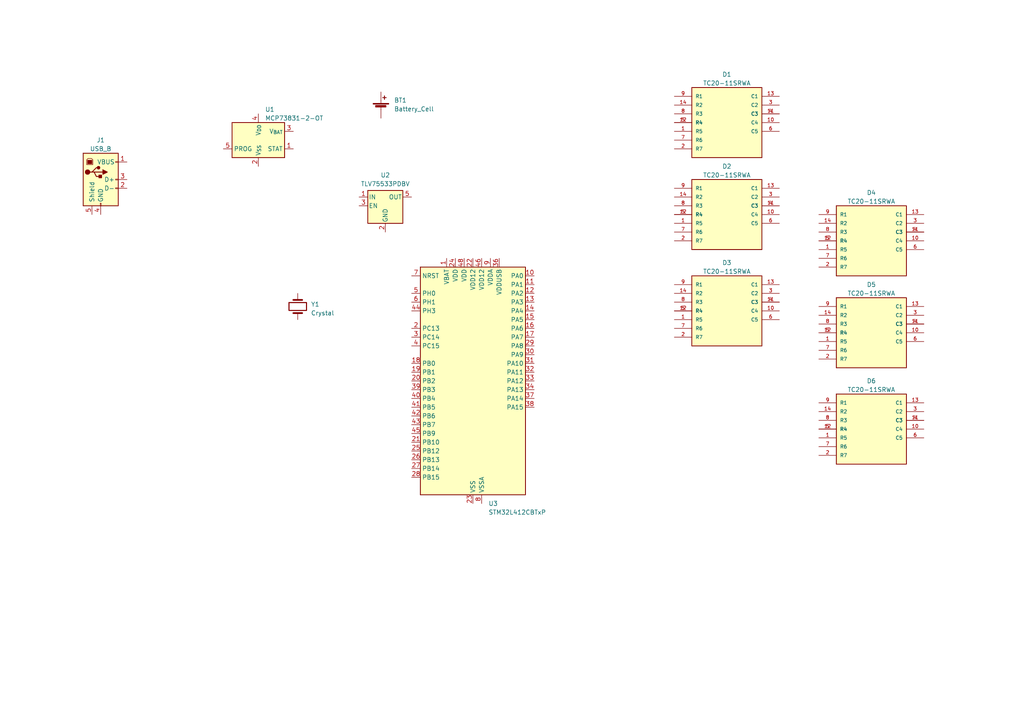
<source format=kicad_sch>
(kicad_sch (version 20230121) (generator eeschema)
  (paper "A4")
  (lib_symbols
    (symbol "Battery_Management:MCP73831-2-OT"
      (property "Reference" "U" (at -7.62 6.35 0))
      (property "Value" "MCP73831-2-OT" (at 1.27 6.35 0))
      (symbol "MCP73831-2-OT_0_1"
        (rectangle (start -7.62 5.08) (end 7.62 -5.08) (stroke (width 0.254)) (fill (type background)))
      )
      (symbol "MCP73831-2-OT_1_1"
        (pin output line (at 10.16 -2.54 180) (length 2.54) (name "STAT") (number "1"))
        (pin power_in line (at 0 -7.62 90) (length 2.54) (name "V_{SS}") (number "2"))
        (pin power_out line (at 10.16 2.54 180) (length 2.54) (name "V_{BAT}") (number "3"))
        (pin power_in line (at 0 7.62 270) (length 2.54) (name "V_{DD}") (number "4"))
        (pin input line (at -10.16 -2.54 0) (length 2.54) (name "PROG") (number "5"))
      )
    )
    (symbol "Connector:USB_B" (pin_names (offset 1.016))
      (property "Reference" "J" (at -5.08 11.43 0))
      (property "Value" "USB_B" (at -5.08 8.89 0))
      (symbol "USB_B_0_1"
        (rectangle (start -5.08 -7.62) (end 5.08 7.62) (stroke (width 0.254)) (fill (type background)))
        (circle (center -3.81 2.159) (radius 0.635) (stroke (width 0.254)) (fill (type outline)))
        (rectangle (start -3.81 5.588) (end -2.54 4.572) (fill (type outline)))
        (circle (center -0.635 3.429) (radius 0.381) (stroke (width 0.254)) (fill (type outline)))
        (rectangle (start -0.127 -7.62) (end 0.127 -6.858))
        (polyline (pts (xy -1.905 2.159) (xy 0.635 2.159)) (stroke (width 0.254)))
        (polyline (pts (xy -3.175 2.159) (xy -2.54 2.159) (xy -1.27 3.429) (xy -0.635 3.429)) (stroke (width 0.254)))
        (polyline (pts (xy -2.54 2.159) (xy -1.905 2.159) (xy -1.27 0.889) (xy 0 0.889)) (stroke (width 0.254)))
        (polyline (pts (xy 0.635 2.794) (xy 0.635 1.524) (xy 1.905 2.159) (xy 0.635 2.794)) (stroke (width 0.254)) (fill (type outline)))
        (polyline (pts (xy -4.064 4.318) (xy -2.286 4.318) (xy -2.286 5.715) (xy -2.667 6.096) (xy -3.683 6.096) (xy -4.064 5.715) (xy -4.064 4.318)))
        (rectangle (start 0.254 1.27) (end -0.508 0.508) (stroke (width 0.254)) (fill (type outline)))
        (rectangle (start 5.08 -2.667) (end 4.318 -2.413))
        (rectangle (start 5.08 -0.127) (end 4.318 0.127))
        (rectangle (start 5.08 4.953) (end 4.318 5.207))
      )
      (symbol "USB_B_1_1"
        (pin power_out line (at 7.62 5.08 180) (length 2.54) (name "VBUS") (number "1"))
        (pin bidirectional line (at 7.62 -2.54 180) (length 2.54) (name "D-") (number "2"))
        (pin bidirectional line (at 7.62 0 180) (length 2.54) (name "D+") (number "3"))
        (pin power_out line (at 0 -10.16 90) (length 2.54) (name "GND") (number "4"))
        (pin passive line (at -2.54 -10.16 90) (length 2.54) (name "Shield") (number "5"))
      )
    )
    (symbol "Device:Battery_Cell" (pin_numbers hide) (pin_names (offset 0) hide)
      (property "Reference" "BT" (at 2.54 2.54 0))
      (property "Value" "Battery_Cell" (at 2.54 0 0))
      (symbol "Battery_Cell_0_1"
        (rectangle (start -2.286 1.778) (end 2.286 1.524) (fill (type outline)))
        (rectangle (start -1.5748 1.1938) (end 1.4732 0.6858) (fill (type outline)))
        (polyline (pts (xy 0 0.762) (xy 0 0)))
        (polyline (pts (xy 0 1.778) (xy 0 2.54)))
        (polyline (pts (xy 0.508 3.429) (xy 1.524 3.429)) (stroke (width 0.254)))
        (polyline (pts (xy 1.016 3.937) (xy 1.016 2.921)) (stroke (width 0.254)))
      )
      (symbol "Battery_Cell_1_1"
        (pin passive line (at 0 5.08 270) (length 2.54) (name "+") (number "1"))
        (pin passive line (at 0 -2.54 90) (length 2.54) (name "-") (number "2"))
      )
    )
    (symbol "Device:Crystal" (pin_numbers hide) (pin_names (offset 1.016) hide)
      (property "Reference" "Y" (at 0 3.81 0))
      (property "Value" "Crystal" (at 0 -3.81 0))
      (symbol "Crystal_0_1"
        (rectangle (start -1.143 2.54) (end 1.143 -2.54) (stroke (width 0.3048)))
        (polyline (pts (xy -2.54 0) (xy -1.905 0)))
        (polyline (pts (xy -1.905 -1.27) (xy -1.905 1.27)) (stroke (width 0.508)))
        (polyline (pts (xy 1.905 -1.27) (xy 1.905 1.27)) (stroke (width 0.508)))
        (polyline (pts (xy 2.54 0) (xy 1.905 0)))
      )
      (symbol "Crystal_1_1"
        (pin passive line (at -3.81 0 0) (length 1.27) (name "1") (number "1"))
        (pin passive line (at 3.81 0 180) (length 1.27) (name "2") (number "2"))
      )
    )
    (symbol "MCU_ST_STM32L4:STM32L412CBTxP"
      (property "Reference" "U" (at -15.24 34.29 0))
      (property "Value" "STM32L412CBTxP" (at 10.16 34.29 0))
      (symbol "STM32L412CBTxP_0_1"
        (rectangle (start -15.24 -33.02) (end 15.24 33.02) (stroke (width 0.254)) (fill (type background)))
      )
      (symbol "STM32L412CBTxP_1_1"
        (pin power_in line (at -7.62 35.56 270) (length 2.54) (name "VBAT") (number "1"))
        (pin bidirectional line (at 17.78 30.48 180) (length 2.54) (name "PA0") (number "10"))
        (pin bidirectional line (at 17.78 27.94 180) (length 2.54) (name "PA1") (number "11"))
        (pin bidirectional line (at 17.78 25.4 180) (length 2.54) (name "PA2") (number "12"))
        (pin bidirectional line (at 17.78 22.86 180) (length 2.54) (name "PA3") (number "13"))
        (pin bidirectional line (at 17.78 20.32 180) (length 2.54) (name "PA4") (number "14"))
        (pin bidirectional line (at 17.78 17.78 180) (length 2.54) (name "PA5") (number "15"))
        (pin bidirectional line (at 17.78 15.24 180) (length 2.54) (name "PA6") (number "16"))
        (pin bidirectional line (at 17.78 12.7 180) (length 2.54) (name "PA7") (number "17"))
        (pin bidirectional line (at -17.78 5.08 0) (length 2.54) (name "PB0") (number "18"))
        (pin bidirectional line (at -17.78 2.54 0) (length 2.54) (name "PB1") (number "19"))
        (pin bidirectional line (at -17.78 15.24 0) (length 2.54) (name "PC13") (number "2"))
        (pin bidirectional line (at -17.78 0 0) (length 2.54) (name "PB2") (number "20"))
        (pin bidirectional line (at -17.78 -17.78 0) (length 2.54) (name "PB10") (number "21"))
        (pin power_in line (at 0 35.56 270) (length 2.54) (name "VDD12") (number "22"))
        (pin power_in line (at 0 -35.56 90) (length 2.54) (name "VSS") (number "23"))
        (pin power_in line (at -5.08 35.56 270) (length 2.54) (name "VDD") (number "24"))
        (pin bidirectional line (at -17.78 -20.32 0) (length 2.54) (name "PB12") (number "25"))
        (pin bidirectional line (at -17.78 -22.86 0) (length 2.54) (name "PB13") (number "26"))
        (pin bidirectional line (at -17.78 -25.4 0) (length 2.54) (name "PB14") (number "27"))
        (pin bidirectional line (at -17.78 -27.94 0) (length 2.54) (name "PB15") (number "28"))
        (pin bidirectional line (at 17.78 10.16 180) (length 2.54) (name "PA8") (number "29"))
        (pin bidirectional line (at -17.78 12.7 0) (length 2.54) (name "PC14") (number "3"))
        (pin bidirectional line (at 17.78 7.62 180) (length 2.54) (name "PA9") (number "30"))
        (pin bidirectional line (at 17.78 5.08 180) (length 2.54) (name "PA10") (number "31"))
        (pin bidirectional line (at 17.78 2.54 180) (length 2.54) (name "PA11") (number "32"))
        (pin bidirectional line (at 17.78 0 180) (length 2.54) (name "PA12") (number "33"))
        (pin bidirectional line (at 17.78 -2.54 180) (length 2.54) (name "PA13") (number "34"))
        (pin passive line (at 0 -35.56 90) (length 2.54) hide (name "VSS") (number "35"))
        (pin power_in line (at 7.62 35.56 270) (length 2.54) (name "VDDUSB") (number "36"))
        (pin bidirectional line (at 17.78 -5.08 180) (length 2.54) (name "PA14") (number "37"))
        (pin bidirectional line (at 17.78 -7.62 180) (length 2.54) (name "PA15") (number "38"))
        (pin bidirectional line (at -17.78 -2.54 0) (length 2.54) (name "PB3") (number "39"))
        (pin bidirectional line (at -17.78 10.16 0) (length 2.54) (name "PC15") (number "4"))
        (pin bidirectional line (at -17.78 -5.08 0) (length 2.54) (name "PB4") (number "40"))
        (pin bidirectional line (at -17.78 -7.62 0) (length 2.54) (name "PB5") (number "41"))
        (pin bidirectional line (at -17.78 -10.16 0) (length 2.54) (name "PB6") (number "42"))
        (pin bidirectional line (at -17.78 -12.7 0) (length 2.54) (name "PB7") (number "43"))
        (pin bidirectional line (at -17.78 20.32 0) (length 2.54) (name "PH3") (number "44"))
        (pin bidirectional line (at -17.78 -15.24 0) (length 2.54) (name "PB9") (number "45"))
        (pin power_in line (at 2.54 35.56 270) (length 2.54) (name "VDD12") (number "46"))
        (pin passive line (at 0 -35.56 90) (length 2.54) hide (name "VSS") (number "47"))
        (pin power_in line (at -2.54 35.56 270) (length 2.54) (name "VDD") (number "48"))
        (pin bidirectional line (at -17.78 25.4 0) (length 2.54) (name "PH0") (number "5"))
        (pin bidirectional line (at -17.78 22.86 0) (length 2.54) (name "PH1") (number "6"))
        (pin input line (at -17.78 30.48 0) (length 2.54) (name "NRST") (number "7"))
        (pin power_in line (at 2.54 -35.56 90) (length 2.54) (name "VSSA") (number "8"))
        (pin power_in line (at 5.08 35.56 270) (length 2.54) (name "VDDA") (number "9"))
      )
    )
    (symbol "Regulator_Linear:TLV75533PDBV" (pin_names (offset 0.254))
      (property "Reference" "U" (at -3.81 5.715 0))
      (property "Value" "TLV75533PDBV" (at 0 5.715 0))
      (symbol "TLV75533PDBV_0_1"
        (rectangle (start -5.08 4.445) (end 5.08 -5.08) (stroke (width 0.254)) (fill (type background)))
      )
      (symbol "TLV75533PDBV_1_1"
        (pin power_in line (at -7.62 2.54 0) (length 2.54) (name "IN") (number "1"))
        (pin power_in line (at 0 -7.62 90) (length 2.54) (name "GND") (number "2"))
        (pin input line (at -7.62 0 0) (length 2.54) (name "EN") (number "3"))
        (pin no_connect line (at 5.08 0 180) (length 2.54) hide (name "NC") (number "4"))
        (pin power_out line (at 7.62 2.54 180) (length 2.54) (name "OUT") (number "5"))
      )
    )
    (symbol "TC20-11SRWA:TC20-11SRWA" (pin_names (offset 1.016))
      (property "Reference" "D" (at -10.16 11.43 0))
      (property "Value" "TC20-11SRWA" (at -10.16 -11.43 0))
      (symbol "TC20-11SRWA_0_0"
        (rectangle (start -10.16 -10.16) (end 10.16 10.16) (stroke (width 0.254)) (fill (type background)))
        (pin passive line (at -15.24 -2.54 0) (length 5.08) (name "R5") (number "1"))
        (pin passive line (at 15.24 0 180) (length 5.08) (name "C4") (number "10"))
        (pin passive line (at 15.24 2.54 180) (length 5.08) (name "C3") (number "11"))
        (pin passive line (at -15.24 0 0) (length 5.08) (name "R4") (number "12"))
        (pin passive line (at 15.24 7.62 180) (length 5.08) (name "C1") (number "13"))
        (pin passive line (at -15.24 5.08 0) (length 5.08) (name "R2") (number "14"))
        (pin passive line (at -15.24 -7.62 0) (length 5.08) (name "R7") (number "2"))
        (pin passive line (at 15.24 5.08 180) (length 5.08) (name "C2") (number "3"))
        (pin passive line (at 15.24 2.54 180) (length 5.08) (name "C3") (number "4"))
        (pin passive line (at -15.24 0 0) (length 5.08) (name "R4") (number "5"))
        (pin passive line (at 15.24 -2.54 180) (length 5.08) (name "C5") (number "6"))
        (pin passive line (at -15.24 -5.08 0) (length 5.08) (name "R6") (number "7"))
        (pin passive line (at -15.24 2.54 0) (length 5.08) (name "R3") (number "8"))
        (pin passive line (at -15.24 7.62 0) (length 5.08) (name "R1") (number "9"))
      )
    )
  )
  (symbol (lib_id "TC20-11SRWA:TC20-11SRWA") (at 210.82 90.17 0) (unit 1)
    (property "Reference" "D3" (at 210.82 76.2 0))
    (property "Value" "TC20-11SRWA" (at 210.82 78.74 0))
    (property "Footprint" "TC20-11SRWA:LED_TC20-11SRWA" (effects hide))
    (property "MF" "Kingbright" (effects hide))
    (property "MAXIMUM_PACKAGE_HEIGHT" "8.7 mm" (effects hide))
    (property "Package" "None" (effects hide))
    (property "Price" "None" (effects hide))
    (property "Check_prices" "https://www.snapeda.com/parts/TC20-11SRWA/Kingbright/view-part/?ref=eda" (effects hide))
    (property "STANDARD" "Manufacturer Recommendations" (effects hide))
    (property "PARTREV" "V.1A" (effects hide))
    (property "SnapEDA_Link" "https://www.snapeda.com/parts/TC20-11SRWA/Kingbright/view-part/?ref=snap" (effects hide))
    (property "MP" "TC20-11SRWA" (effects hide))
    (property "Purchase-URL" "https://www.snapeda.com/api/url_track_click_mouser/?unipart_id=429420&manufacturer=Kingbright&part_name=TC20-11SRWA&search_term=None" (effects hide))
    (property "Description" "\nDot Matrix Display Module 5 x 7 Common Anode Row, Common Cathode Column Red 1.85V - 1.50 L x 2.09 W x 0.33 H (38.10mm x 53.10mm x 8.50mm)\n" (effects hide))
    (property "Availability" "In Stock" (effects hide))
    (property "MANUFACTURER" "Kingbright" (effects hide))
  )
  (symbol (lib_id "Device:Crystal") (at 86.36 88.9 90) (unit 1)
    (property "Reference" "Y1" (at 90.17 88.265 90) (effects (justify right)))
    (property "Value" "Crystal" (at 90.17 90.805 90) (effects (justify right)))
  )
  (symbol (lib_id "MCU_ST_STM32L4:STM32L412CBTxP") (at 137.16 110.49 0) (unit 1)
    (property "Reference" "U3" (at 141.6559 146.05 0) (effects (justify left)))
    (property "Value" "STM32L412CBTxP" (at 141.6559 148.59 0) (effects (justify left)))
    (property "Footprint" "Package_QFP:LQFP-48_7x7mm_P0.5mm" (effects hide))
    (property "Datasheet" "https://www.st.com/resource/en/datasheet/stm32l412cb.pdf" (effects hide))
  )
  (symbol (lib_id "TC20-11SRWA:TC20-11SRWA") (at 210.82 35.56 0) (unit 1)
    (property "Reference" "D1" (at 210.82 21.59 0))
    (property "Value" "TC20-11SRWA" (at 210.82 24.13 0))
    (property "Footprint" "TC20-11SRWA:LED_TC20-11SRWA" (effects hide))
    (property "MF" "Kingbright" (effects hide))
    (property "MAXIMUM_PACKAGE_HEIGHT" "8.7 mm" (effects hide))
    (property "Package" "None" (effects hide))
    (property "Price" "None" (effects hide))
    (property "Check_prices" "https://www.snapeda.com/parts/TC20-11SRWA/Kingbright/view-part/?ref=eda" (effects hide))
    (property "STANDARD" "Manufacturer Recommendations" (effects hide))
    (property "PARTREV" "V.1A" (effects hide))
    (property "SnapEDA_Link" "https://www.snapeda.com/parts/TC20-11SRWA/Kingbright/view-part/?ref=snap" (effects hide))
    (property "MP" "TC20-11SRWA" (effects hide))
    (property "Purchase-URL" "https://www.snapeda.com/api/url_track_click_mouser/?unipart_id=429420&manufacturer=Kingbright&part_name=TC20-11SRWA&search_term=None" (effects hide))
    (property "Description" "\nDot Matrix Display Module 5 x 7 Common Anode Row, Common Cathode Column Red 1.85V - 1.50 L x 2.09 W x 0.33 H (38.10mm x 53.10mm x 8.50mm)\n" (effects hide))
    (property "Availability" "In Stock" (effects hide))
    (property "MANUFACTURER" "Kingbright" (effects hide))
  )
  (symbol (lib_id "Connector:USB_B") (at 29.21 52.07 0) (unit 1)
    (property "Reference" "J1" (at 29.21 40.64 0))
    (property "Value" "USB_B" (at 29.21 43.18 0))
    (property "Datasheet" " ~" (effects hide))
  )
  (symbol (lib_id "TC20-11SRWA:TC20-11SRWA") (at 252.73 124.46 0) (unit 1)
    (property "Reference" "D6" (at 252.73 110.49 0))
    (property "Value" "TC20-11SRWA" (at 252.73 113.03 0))
    (property "Footprint" "TC20-11SRWA:LED_TC20-11SRWA" (effects hide))
    (property "MF" "Kingbright" (effects hide))
    (property "MAXIMUM_PACKAGE_HEIGHT" "8.7 mm" (effects hide))
    (property "Package" "None" (effects hide))
    (property "Price" "None" (effects hide))
    (property "Check_prices" "https://www.snapeda.com/parts/TC20-11SRWA/Kingbright/view-part/?ref=eda" (effects hide))
    (property "STANDARD" "Manufacturer Recommendations" (effects hide))
    (property "PARTREV" "V.1A" (effects hide))
    (property "SnapEDA_Link" "https://www.snapeda.com/parts/TC20-11SRWA/Kingbright/view-part/?ref=snap" (effects hide))
    (property "MP" "TC20-11SRWA" (effects hide))
    (property "Purchase-URL" "https://www.snapeda.com/api/url_track_click_mouser/?unipart_id=429420&manufacturer=Kingbright&part_name=TC20-11SRWA&search_term=None" (effects hide))
    (property "Description" "\nDot Matrix Display Module 5 x 7 Common Anode Row, Common Cathode Column Red 1.85V - 1.50 L x 2.09 W x 0.33 H (38.10mm x 53.10mm x 8.50mm)\n" (effects hide))
    (property "Availability" "In Stock" (effects hide))
    (property "MANUFACTURER" "Kingbright" (effects hide))
  )
  (symbol (lib_id "Battery_Management:MCP73831-2-OT") (at 74.93 40.64 0) (unit 1)
    (property "Reference" "U1" (at 76.8859 31.75 0) (effects (justify left)))
    (property "Value" "MCP73831-2-OT" (at 76.8859 34.29 0) (effects (justify left)))
    (property "Footprint" "Package_TO_SOT_SMD:SOT-23-5" (effects hide))
    (property "Datasheet" "http://ww1.microchip.com/downloads/en/DeviceDoc/20001984g.pdf" (effects hide))
  )
  (symbol (lib_id "TC20-11SRWA:TC20-11SRWA") (at 252.73 69.85 0) (unit 1)
    (property "Reference" "D4" (at 252.73 55.88 0))
    (property "Value" "TC20-11SRWA" (at 252.73 58.42 0))
    (property "Footprint" "TC20-11SRWA:LED_TC20-11SRWA" (effects hide))
    (property "MF" "Kingbright" (effects hide))
    (property "MAXIMUM_PACKAGE_HEIGHT" "8.7 mm" (effects hide))
    (property "Package" "None" (effects hide))
    (property "Price" "None" (effects hide))
    (property "Check_prices" "https://www.snapeda.com/parts/TC20-11SRWA/Kingbright/view-part/?ref=eda" (effects hide))
    (property "STANDARD" "Manufacturer Recommendations" (effects hide))
    (property "PARTREV" "V.1A" (effects hide))
    (property "SnapEDA_Link" "https://www.snapeda.com/parts/TC20-11SRWA/Kingbright/view-part/?ref=snap" (effects hide))
    (property "MP" "TC20-11SRWA" (effects hide))
    (property "Purchase-URL" "https://www.snapeda.com/api/url_track_click_mouser/?unipart_id=429420&manufacturer=Kingbright&part_name=TC20-11SRWA&search_term=None" (effects hide))
    (property "Description" "\nDot Matrix Display Module 5 x 7 Common Anode Row, Common Cathode Column Red 1.85V - 1.50 L x 2.09 W x 0.33 H (38.10mm x 53.10mm x 8.50mm)\n" (effects hide))
    (property "Availability" "In Stock" (effects hide))
    (property "MANUFACTURER" "Kingbright" (effects hide))
  )
  (symbol (lib_id "Device:Battery_Cell") (at 110.49 31.75 0) (unit 1)
    (property "Reference" "BT1" (at 114.3 29.083 0) (effects (justify left)))
    (property "Value" "Battery_Cell" (at 114.3 31.623 0) (effects (justify left)))
  )
  (symbol (lib_id "TC20-11SRWA:TC20-11SRWA") (at 252.73 96.52 0) (unit 1)
    (property "Reference" "D5" (at 252.73 82.55 0))
    (property "Value" "TC20-11SRWA" (at 252.73 85.09 0))
    (property "Footprint" "TC20-11SRWA:LED_TC20-11SRWA" (effects hide))
    (property "MF" "Kingbright" (effects hide))
    (property "MAXIMUM_PACKAGE_HEIGHT" "8.7 mm" (effects hide))
    (property "Package" "None" (effects hide))
    (property "Price" "None" (effects hide))
    (property "Check_prices" "https://www.snapeda.com/parts/TC20-11SRWA/Kingbright/view-part/?ref=eda" (effects hide))
    (property "STANDARD" "Manufacturer Recommendations" (effects hide))
    (property "PARTREV" "V.1A" (effects hide))
    (property "SnapEDA_Link" "https://www.snapeda.com/parts/TC20-11SRWA/Kingbright/view-part/?ref=snap" (effects hide))
    (property "MP" "TC20-11SRWA" (effects hide))
    (property "Purchase-URL" "https://www.snapeda.com/api/url_track_click_mouser/?unipart_id=429420&manufacturer=Kingbright&part_name=TC20-11SRWA&search_term=None" (effects hide))
    (property "Description" "\nDot Matrix Display Module 5 x 7 Common Anode Row, Common Cathode Column Red 1.85V - 1.50 L x 2.09 W x 0.33 H (38.10mm x 53.10mm x 8.50mm)\n" (effects hide))
    (property "Availability" "In Stock" (effects hide))
    (property "MANUFACTURER" "Kingbright" (effects hide))
  )
  (symbol (lib_id "TC20-11SRWA:TC20-11SRWA") (at 210.82 62.23 0) (unit 1)
    (property "Reference" "D2" (at 210.82 48.26 0))
    (property "Value" "TC20-11SRWA" (at 210.82 50.8 0))
    (property "Footprint" "TC20-11SRWA:LED_TC20-11SRWA" (effects hide))
    (property "MF" "Kingbright" (effects hide))
    (property "MAXIMUM_PACKAGE_HEIGHT" "8.7 mm" (effects hide))
    (property "Package" "None" (effects hide))
    (property "Price" "None" (effects hide))
    (property "Check_prices" "https://www.snapeda.com/parts/TC20-11SRWA/Kingbright/view-part/?ref=eda" (effects hide))
    (property "STANDARD" "Manufacturer Recommendations" (effects hide))
    (property "PARTREV" "V.1A" (effects hide))
    (property "SnapEDA_Link" "https://www.snapeda.com/parts/TC20-11SRWA/Kingbright/view-part/?ref=snap" (effects hide))
    (property "MP" "TC20-11SRWA" (effects hide))
    (property "Purchase-URL" "https://www.snapeda.com/api/url_track_click_mouser/?unipart_id=429420&manufacturer=Kingbright&part_name=TC20-11SRWA&search_term=None" (effects hide))
    (property "Description" "\nDot Matrix Display Module 5 x 7 Common Anode Row, Common Cathode Column Red 1.85V - 1.50 L x 2.09 W x 0.33 H (38.10mm x 53.10mm x 8.50mm)\n" (effects hide))
    (property "Availability" "In Stock" (effects hide))
    (property "MANUFACTURER" "Kingbright" (effects hide))
  )
  (symbol (lib_id "Regulator_Linear:TLV75533PDBV") (at 111.76 59.69 0) (unit 1)
    (property "Reference" "U2" (at 111.76 50.8 0))
    (property "Value" "TLV75533PDBV" (at 111.76 53.34 0))
    (property "Footprint" "Package_TO_SOT_SMD:SOT-23-5" (effects hide))
    (property "Datasheet" "http://www.ti.com/lit/ds/symlink/tlv755p.pdf" (effects hide))
  )
)
</source>
